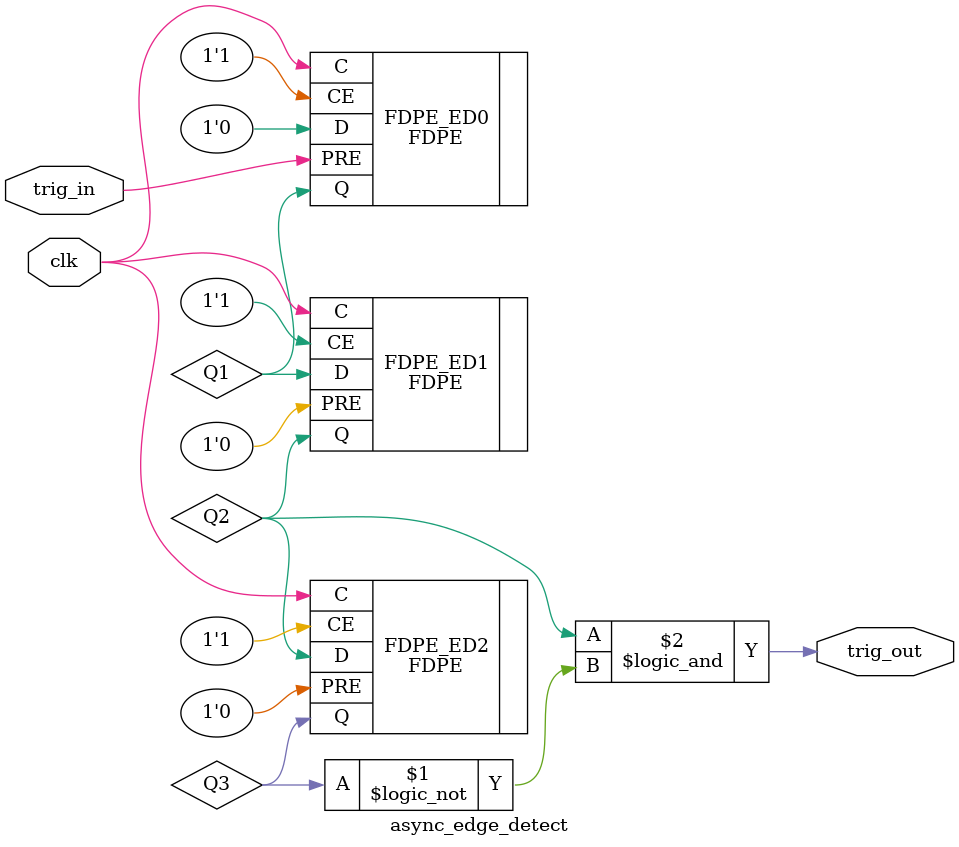
<source format=v>
`timescale 1ns / 1ps


module async_edge_detect(
    input clk,
    input trig_in,
    output trig_out
    );

wire Q1, Q2, Q3;    
    FDPE #(
       .INIT(1'b0) // Initial value of register (1'b0 or 1'b1)
    ) FDPE_ED0 (
       .Q(Q1),      // 1-bit Data output
       .C(clk),      // 1-bit Clock input
       .CE(1'b1),    // 1-bit Clock enable input
       .PRE(trig_in),  // 1-bit Asynchronous set input
       .D(1'b0)       // 1-bit Data input
    );
    FDPE #(
       .INIT(1'b0) // Initial value of register (1'b0 or 1'b1)
    ) FDPE_ED1 (
       .Q(Q2),      // 1-bit Data output
       .C(clk),      // 1-bit Clock input
       .CE(1'b1),    // 1-bit Clock enable input
       .PRE(1'b0),  // 1-bit Asynchronous set input
       .D(Q1)       // 1-bit Data input
    );
    FDPE #(
       .INIT(1'b0) // Initial value of register (1'b0 or 1'b1)
    ) FDPE_ED2 (
       .Q(Q3),      // 1-bit Data output
       .C(clk),      // 1-bit Clock input
       .CE(1'b1),    // 1-bit Clock enable input
       .PRE(1'b0),  // 1-bit Asynchronous set input
       .D(Q2)       // 1-bit Data input
    );
assign trig_out = Q2 && !Q3;
endmodule

</source>
